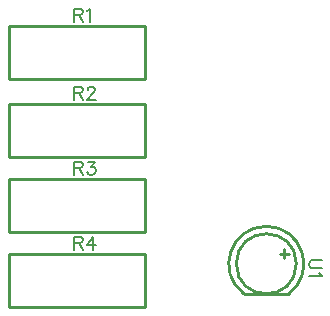
<source format=gto>
G04 Layer: TopSilkscreenLayer*
G04 EasyEDA v6.5.46, 2025-03-27 13:21:17*
G04 704521dcdfe345978b60cab35befc636,6aa7a9a2d1144d06b9832bf800529d21,10*
G04 Gerber Generator version 0.2*
G04 Scale: 100 percent, Rotated: No, Reflected: No *
G04 Dimensions in millimeters *
G04 leading zeros omitted , absolute positions ,4 integer and 5 decimal *
%FSLAX45Y45*%
%MOMM*%

%ADD10C,0.1524*%
%ADD11C,0.2540*%

%LPD*%
D10*
X1828800Y2579115D02*
G01*
X1828800Y2470150D01*
X1828800Y2579115D02*
G01*
X1875536Y2579115D01*
X1891029Y2574036D01*
X1896363Y2568702D01*
X1901443Y2558287D01*
X1901443Y2547873D01*
X1896363Y2537460D01*
X1891029Y2532379D01*
X1875536Y2527300D01*
X1828800Y2527300D01*
X1865122Y2527300D02*
G01*
X1901443Y2470150D01*
X1935734Y2558287D02*
G01*
X1946147Y2563621D01*
X1961895Y2579115D01*
X1961895Y2470150D01*
X1828800Y1918715D02*
G01*
X1828800Y1809750D01*
X1828800Y1918715D02*
G01*
X1875536Y1918715D01*
X1891029Y1913636D01*
X1896363Y1908302D01*
X1901443Y1897887D01*
X1901443Y1887473D01*
X1896363Y1877060D01*
X1891029Y1871979D01*
X1875536Y1866900D01*
X1828800Y1866900D01*
X1865122Y1866900D02*
G01*
X1901443Y1809750D01*
X1941068Y1892807D02*
G01*
X1941068Y1897887D01*
X1946147Y1908302D01*
X1951481Y1913636D01*
X1961895Y1918715D01*
X1982470Y1918715D01*
X1992884Y1913636D01*
X1998218Y1908302D01*
X2003297Y1897887D01*
X2003297Y1887473D01*
X1998218Y1877060D01*
X1987804Y1861565D01*
X1935734Y1809750D01*
X2008631Y1809750D01*
X1828800Y1283715D02*
G01*
X1828800Y1174750D01*
X1828800Y1283715D02*
G01*
X1875536Y1283715D01*
X1891029Y1278636D01*
X1896363Y1273302D01*
X1901443Y1262887D01*
X1901443Y1252473D01*
X1896363Y1242060D01*
X1891029Y1236979D01*
X1875536Y1231900D01*
X1828800Y1231900D01*
X1865122Y1231900D02*
G01*
X1901443Y1174750D01*
X1946147Y1283715D02*
G01*
X2003297Y1283715D01*
X1972309Y1242060D01*
X1987804Y1242060D01*
X1998218Y1236979D01*
X2003297Y1231900D01*
X2008631Y1216152D01*
X2008631Y1205737D01*
X2003297Y1190244D01*
X1992884Y1179829D01*
X1977390Y1174750D01*
X1961895Y1174750D01*
X1946147Y1179829D01*
X1941068Y1184910D01*
X1935734Y1195323D01*
X1828800Y648715D02*
G01*
X1828800Y539750D01*
X1828800Y648715D02*
G01*
X1875536Y648715D01*
X1891029Y643636D01*
X1896363Y638302D01*
X1901443Y627887D01*
X1901443Y617473D01*
X1896363Y607060D01*
X1891029Y601979D01*
X1875536Y596900D01*
X1828800Y596900D01*
X1865122Y596900D02*
G01*
X1901443Y539750D01*
X1987804Y648715D02*
G01*
X1935734Y576071D01*
X2013711Y576071D01*
X1987804Y648715D02*
G01*
X1987804Y539750D01*
X3925315Y452120D02*
G01*
X3847338Y452120D01*
X3831843Y447039D01*
X3821429Y436626D01*
X3816350Y420878D01*
X3816350Y410463D01*
X3821429Y394970D01*
X3831843Y384555D01*
X3847338Y379476D01*
X3925315Y379476D01*
X3904488Y345186D02*
G01*
X3909822Y334771D01*
X3925315Y319023D01*
X3816350Y319023D01*
D11*
X1279199Y1984799D02*
G01*
X1279199Y2434800D01*
X1279199Y2434800D02*
G01*
X2429200Y2434800D01*
X2429200Y2434800D02*
G01*
X2429200Y1984799D01*
X2428240Y1983739D02*
G01*
X1280159Y1983739D01*
X1279199Y1324399D02*
G01*
X1279199Y1774400D01*
X1279199Y1774400D02*
G01*
X2429200Y1774400D01*
X2429200Y1774400D02*
G01*
X2429200Y1324399D01*
X2428240Y1323339D02*
G01*
X1280159Y1323339D01*
X1279199Y689399D02*
G01*
X1279199Y1139400D01*
X1279199Y1139400D02*
G01*
X2429200Y1139400D01*
X2429200Y1139400D02*
G01*
X2429200Y689399D01*
X2428240Y688339D02*
G01*
X1280159Y688339D01*
X1279199Y54399D02*
G01*
X1279199Y504400D01*
X1279199Y504400D02*
G01*
X2429200Y504400D01*
X2429200Y504400D02*
G01*
X2429200Y54399D01*
X2428240Y53339D02*
G01*
X1280159Y53339D01*
X3263900Y165100D02*
G01*
X3644900Y165100D01*
X3606800Y541020D02*
G01*
X3606800Y464820D01*
X3568700Y502920D02*
G01*
X3644900Y502920D01*
G75*
G01*
X3263900Y165100D02*
G02*
X3644900Y165100I190500J254000D01*
G75*
G01
X3708400Y419100D02*
G03X3708400Y419100I-254000J0D01*
M02*

</source>
